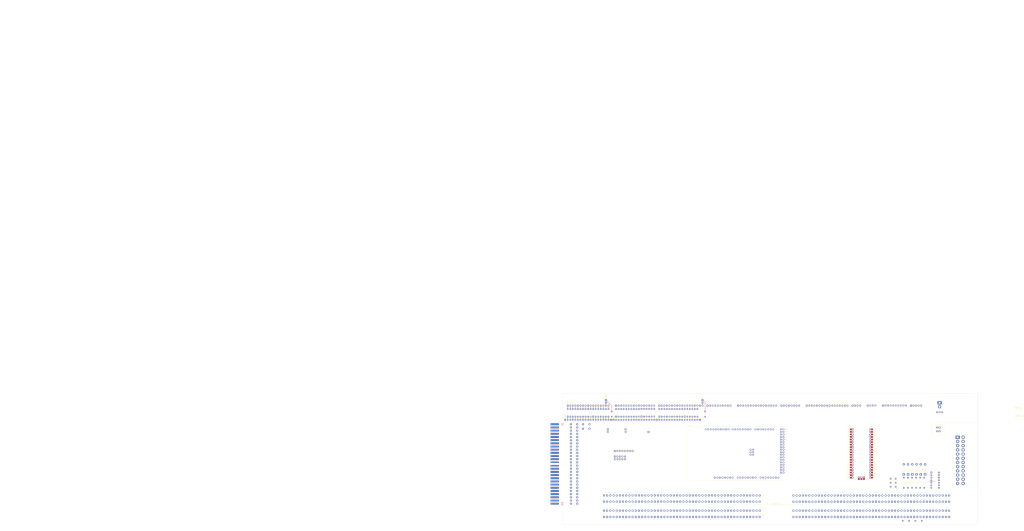
<source format=kicad_pcb>
(kicad_pcb (version 20221018) (generator pcbnew)
  (title_block (title "Nova 1200 front panel") (date "2019-05-19") (rev "Rev 3") (company "Marcel van Herk") (comment 1 "Suitable for Arduino Nano or Teensy 3.2") (comment 2 "Fix: remove track to C19 and connected to VCC instead") (comment 3 "Fix: correctly connect AC3 switch, correct SCK, SSCK") (comment 4 "Fix: switch holes 1.4, serial/light, cloop"))
  (layers (0 "F.Cu" signal) (31 "B.Cu" signal) (37 "F.SilkS" user "F.Silkscreen") (38 "B.Mask" user) (39 "F.Mask" user) (44 "Edge.Cuts" user))
  (net 0 "")
  (net 1 "GND")
  (net 2 "~{PL}")
  (net 3 "~{CON RQ}")
  (net 4 "Net-(C3-Pad1)")
  (net 5 "Net-(C4-Pad1)")
  (net 6 "Net-(C5-Pad1)")
  (net 7 "+5V")
  (net 8 "Net-(D1-A)")
  (net 9 "Net-(D2-K)")
  (net 10 "Net-(D3-A)")
  (net 11 "Net-(D4-K)")
  (net 12 "Net-(D5-A)")
  (net 13 "Net-(D6-K)")
  (net 14 "~{MEM15}")
  (net 15 "~{MEM14}")
  (net 16 "~{MBO13}")
  (net 17 "~{MEM12}")
  (net 18 "~{MBO11}")
  (net 19 "~{MEM9}")
  (net 20 "~{MBO9}")
  (net 21 "~{MBO7}")
  (net 22 "~{MEM6}")
  (net 23 "~{MBO5}")
  (net 24 "~{MBO14}")
  (net 25 "~{MEM2}")
  (net 26 "~{MBO1}")
  (net 27 "~{MBO2}")
  (net 28 "~{MBO4}")
  (net 30 "~{MBO8}")
  (net 31 "RESTART ENABLE")
  (net 32 "~{RST}")
  (net 33 "~{CON INST}")
  (net 34 "~{ISTP}")
  (net 35 "~{ION}")
  (net 36 "~{RUN}")
  (net 37 "~{MBO15}")
  (net 38 "~{MEM13}")
  (net 39 "~{MBO12}")
  (net 40 "~{MEM11}")
  (net 41 "~{MEM10}")
  (net 42 "+12V Lamp")
  (net 43 "~{MEM8}")
  (net 44 "~{MBO6}")
  (net 45 "~{MEM5}")
  (net 46 "~{MEM4}")
  (net 47 "~{MBO3}")
  (net 48 "~{MEM0}")
  (net 49 "~{MEM1}")
  (net 50 "~{MEM7}")
  (net 51 "~{MEM3}")
  (net 52 "~{MBO10}")
  (net 53 "~{STOP}")
  (net 54 "~{CON DATA}")
  (net 55 "~{CONT+ISTP+MSTP}")
  (net 56 "~{MSTP}")
  (net 57 "~{CARRY}")
  (net 58 "~{FETCH}")
  (net 59 "~{EXEC}")
  (net 60 "~{DEFER}")
  (net 61 "~{POWER FAIL}")
  (net 64 "+5V OK")
  (net 65 "MEM OK")
  (net 70 "Entrex P10.19")
  (net 72 "Entrex P10.30")
  (net 73 "~{MSKO}")
  (net 74 "INTA")
  (net 75 "DATIB")
  (net 76 "DATIA")
  (net 77 "~{DS3}")
  (net 78 "~{EXT LOAD}")
  (net 79 "DATOC")
  (net 80 "CLR")
  (net 81 "STRT")
  (net 82 "DATIC")
  (net 83 "DATOB")
  (net 85 "DATOA")
  (net 87 "~{DCHA}")
  (net 89 "~{DS4}")
  (net 91 "~{DS5}")
  (net 93 "~{DS2}")
  (net 95 "~{DS1}")
  (net 97 "IO RST")
  (net 99 "~{DS0}")
  (net 100 "LOAD IR")
  (net 101 "IO PLS")
  (net 104 "~{LOAD AC}")
  (net 107 "~{SELD}")
  (net 109 "~{SELB}")
  (net 112 "~{FORCE LOAD IR}")
  (net 114 "~{MD SEL1}")
  (net 116 "~{WAS JSR}")
  (net 118 "~{DIV}")
  (net 119 "~{TEST}")
  (net 124 "~{WHOA}")
  (net 125 "~{MA LOAD}")
  (net 130 "~{DCHM0}")
  (net 132 "STROBE")
  (net 133 "~{DCHM1}")
  (net 137 "~{INTR}")
  (net 138 "INHIBIT")
  (net 140 "DCHO")
  (net 142 "~{DCHR}")
  (net 144 "DCHI")
  (net 146 "OVFLO")
  (net 148 "~{RQENB}")
  (net 149 "~{INH TRANS}")
  (net 151 "CLK FLOP")
  (net 154 "Entrex Backplane S01B53 to S13B53")
  (net 156 "~{DATA7}")
  (net 157 "~{DATA14}")
  (net 158 "~{DATA5}")
  (net 159 "~{DATA11}")
  (net 160 "~{DATA12}")
  (net 161 "~{DATA8}")
  (net 162 "~{DATA4}")
  (net 163 "~{DATA0}")
  (net 164 "~{DATA9}")
  (net 165 "~{DATA13}")
  (net 166 "~{DATA1}")
  (net 167 "~{DATA15}")
  (net 169 "~{SKIP}")
  (net 171 "~{DATA3}")
  (net 172 "MB LOAD")
  (net 173 "~{DATA10}")
  (net 175 "~{MBO0}")
  (net 178 "~{DATA2}")
  (net 179 "~{READ IO}")
  (net 182 "~{MB CLEAR}")
  (net 183 "~{READ1}")
  (net 184 "~{DRIVE IO}")
  (net 186 "~{READ2}")
  (net 187 "~{SHIFT3}")
  (net 189 "~{SHIFT2}")
  (net 190 "~{SHIFT0}")
  (net 191 "~{DATA6}")
  (net 192 "~{SHIFT1}")
  (net 193 "+3v3")
  (net 194 "GND After Meter")
  (net 195 "PWR_OK")
  (net 198 "Power SW")
  (net 204 "RINH0")
  (net 205 "-5V")
  (net 206 "RINH1")
  (net 207 "INH GND")
  (net 208 "RINH2")
  (net 209 "+VINH")
  (net 210 "RINH3")
  (net 212 "RINH4")
  (net 213 "RINH5")
  (net 214 "RINH7")
  (net 215 "RINH6")
  (net 216 "RINH8")
  (net 217 "RINH11")
  (net 218 "RINH10")
  (net 219 "RINH9")
  (net 220 "RINH13")
  (net 221 "RINH15")
  (net 222 "RINH12")
  (net 223 "RINH14")
  (net 252 "~{DCHP OUT}")
  (net 253 "~{DCHP IN}")
  (net 254 "~{INTP OUT}")
  (net 255 "~{INTP IN}")
  (net 256 "60Hz")
  (net 257 "~{BMA LOAD}")
  (net 270 "+V MEM")
  (net 279 "~{RELOAD DISABLE}")
  (net 280 "ROS")
  (net 281 "~{EXT SELECT}")
  (net 282 "~{INHIBIT SELECT}")
  (net 287 "Net-(XA1-RESET)")
  (net 288 "Net-(U1-Pad13)")
  (net 289 "Net-(U1-Pad11)")
  (net 290 "Net-(U1-Pad6)")
  (net 291 "UART_TX")
  (net 292 "UART_RX")
  (net 359 "Logic1")
  (net 360 "Logic2")
  (net 361 "Logic3")
  (net 362 "Logic4")
  (net 363 "Logic5")
  (net 364 "Logic6")
  (net 365 "Logic7")
  (net 366 "Logic8")
  (net 369 "Net-(RN1-R1)")
  (net 370 "Net-(RN1-R2)")
  (net 371 "Net-(RN1-R3)")
  (net 372 "Net-(RN1-R4)")
  (net 373 "Net-(RN1-R5)")
  (net 374 "Net-(RN1-R6)")
  (net 375 "Net-(RN1-R7)")
  (net 376 "Net-(RN1-R8)")
  (net 377 "Net-(RN1-R9)")
  (net 378 "Net-(RN2-R8)")
  (net 379 "Net-(RN2-R7)")
  (net 380 "Net-(RN2-R6)")
  (net 381 "Net-(RN2-R5)")
  (net 382 "Net-(RN2-R4)")
  (net 383 "Net-(RN2-R3)")
  (net 384 "Net-(RN2-R2)")
  (net 385 "Net-(RN2-R1)")
  (net 386 "Net-(D7-K)")
  (net 387 "Net-(RN3-R1)")
  (net 388 "Net-(RN3-R2)")
  (net 389 "Net-(RN3-R3)")
  (net 390 "Net-(RN3-R4)")
  (net 391 "Net-(RN3-R5)")
  (net 392 "Net-(RN3-R6)")
  (net 393 "Net-(RN3-R7)")
  (net 394 "Net-(RN3-R8)")
  (net 395 "Net-(RN3-R9)")
  (net 396 "Net-(RN4-R7)")
  (net 397 "Net-(RN4-R1)")
  (net 398 "Net-(RN4-R2)")
  (net 399 "Net-(RN4-R3)")
  (net 400 "Net-(RN4-R4)")
  (net 401 "Net-(RN4-R5)")
  (net 402 "Net-(RN4-R6)")
  (net 403 "Net-(RN5-R1)")
  (net 404 "Net-(RN5-R2)")
  (net 405 "Net-(RN5-R3)")
  (net 406 "Net-(RN5-R4)")
  (net 407 "Net-(RN5-R5)")
  (net 408 "Net-(RN5-R6)")
  (net 409 "Net-(RN5-R7)")
  (net 410 "Net-(RN5-R8)")
  (net 411 "Net-(RN5-R9)")
  (net 412 "Net-(RN6-R7)")
  (net 413 "Net-(RN6-R1)")
  (net 414 "Net-(RN6-R2)")
  (net 415 "Net-(RN6-R3)")
  (net 416 "Net-(RN6-R4)")
  (net 417 "Net-(RN6-R5)")
  (net 418 "Net-(RN6-R6)")
  (net 419 "Net-(D8-K)")
  (footprint "Button_Switch_Keyboard:nova frontpanel layout" (layer "F.Cu") (at -309.245 -307.34)
    (fp_text reference "FPIMAGE1" hide)
    (fp_text value "MountingHole" hide)
  )
  (footprint "Resistor_THT:R_Array_SIP10" (layer "F.Cu") (at 30.48 46.99)
    (fp_text reference "RN1" hide)
    (fp_text value "R_Network09_US" hide)
  )
  (footprint "Connector_PinHeader_2.54mm:PinHeader_1x02_P2.54mm_Vertical" (layer "F.Cu") (at 404.485 58.42 -90)
    (fp_text reference "JP4")
    (fp_text value "Vipass Ammeter")
  )
  (footprint "Connector_PinHeader_2.54mm:PinHeader_1x02_P2.54mm_Vertical" (layer "F.Cu") (at 73.025 56.515)
    (fp_text reference "JP2")
    (fp_text value "Entrex ~{M CON DATA}")
  )
  (footprint "Resistor_THT:R_Axial_DIN0207_L6.3mm_D2.5mm_P10.16mm_Horizontal" (layer "F.Cu") (at 376.95 114.935 90)
    (fp_text reference "R3")
    (fp_text value "4.7k")
  )
  (footprint "Capacitor_THT:C_Disc_D6.0mm_W2.5mm_P5.00mm" (layer "F.Cu") (at 355.6 113.905)
    (fp_text reference "C5")
    (fp_text value "C")
  )
  (footprint "Resistor_THT:R_Axial_DIN0207_L6.3mm_D2.5mm_P10.16mm_Horizontal" (layer "F.Cu") (at 368.78 104.775 -90)
    (fp_text reference "R1")
    (fp_text value "1k")
  )
  (footprint "Connector_PinHeader_2.54mm:PinHeader_1x02_P2.54mm_Vertical" (layer "F.Cu") (at 90.805 56.515)
    (fp_text reference "JP3")
    (fp_text value "Entrex ~{M CON INST}")
  )
  (footprint "Forgotten Machines:XK-001_Volt-Amp_Meter - Backside" (layer "F.Cu") (at 419.735 36.195)
    (fp_text reference "MES1" hide)
    (fp_text value "XK-001")
  )
  (footprint "Forgotten Machines:LED Bar 10" (layer "F.Cu") (at 81.28 43.815)
    (fp_text reference "BAR3")
    (fp_text value "LED Bar 10" hide)
  )
  (footprint "Connector_PinHeader_2.54mm:PinHeader_1x10_P2.54mm_Vertical" (layer "F.Cu") (at 347.98 32.639 90)
    (fp_text reference "J11" hide)
    (fp_text value "CPU Option Inputs")
  )
  (footprint "Diode_THT:D_DO-41_SOD81_P10.16mm_Horizontal" (layer "F.Cu") (at 381.48 101.6 90)
    (fp_text reference "D4")
    (fp_text value "1N4004")
  )
  (footprint "Resistor_THT:R_Array_SIP9" (layer "F.Cu") (at 76.2 46.99 180)
    (fp_text reference "RN2" hide)
    (fp_text value "R_Network08_US")
  )
  (footprint "Connector_PinHeader_2.54mm:PinHeader_1x05_P2.54mm_Vertical" (layer "F.Cu") (at 375.92 32.766 90)
    (fp_text reference "J17" hide)
    (fp_text value "CPU Option Outputs")
  )
  (footprint "Resistor_THT:R_Array_SIP10" (layer "F.Cu") (at 78.74 46.99)
    (fp_text reference "RN3")
    (fp_text value "R_Network09_US" hide)
  )
  (footprint "Resistor_THT:R_Axial_DIN0207_L6.3mm_D2.5mm_P10.16mm_Horizontal" (layer "F.Cu") (at 381 114.935 90)
    (fp_text reference "R4")
    (fp_text value "4.7k")
  )
  (footprint "Connector_PinHeader_2.54mm:PinHeader_1x17_P2.54mm_Vertical" (layer "F.Cu") (at 33.02 32.766 90)
    (fp_text reference "J9" hide)
    (fp_text value "Front Panel Controls")
  )
  (footprint "Forgotten Machines:RPi_Pico_SMD_TH" (layer "F.Cu") (at 326.39 80.645)
    (fp_text reference "U2")
    (fp_text value "Pico")
  )
  (footprint "Forgotten Machines:PinHeader_2x05_P2.54mm_Vertical - Backside" (layer "F.Cu") (at 80.01 83.693 90)
    (fp_text reference "J19" hide)
    (fp_text value "Logic 8 CH")
  )
  (footprint "Forgotten Machines:LED Bar 10" (layer "F.Cu") (at 124.46 43.815)
    (fp_text reference "BAR5" hide)
    (fp_text value "LED Bar 10" hide)
  )
  (footprint "Resistor_THT:R_Array_SIP10" (layer "F.Cu") (at 121.92 46.99)
    (fp_text reference "RN5")
    (fp_text value "R_Network09_US" hide)
  )
  (footprint "Resistor_THT:R_Axial_DIN0207_L6.3mm_D2.5mm_P10.16mm_Horizontal" (layer "F.Cu") (at 385.05 114.935 90)
    (fp_text reference "R5")
    (fp_text value "10k")
  )
  (footprint "Forgotten Machines:DG Nova Front Panel Card Edge" (layer "F.Cu") (at 18.23 90.915)
    (fp_text reference "J5" hide)
    (fp_text value "Front Panel Card Edge" hide)
    (fp_line (start -2.42 -41.295) (end -2.42 -0.795) (stroke (width 0.05)) (layer "Edge.Cuts"))
    (fp_line (start -2.42 -0.795) (end 12.58 -0.795) (stroke (width 0.05)) (layer "Edge.Cuts"))
    (fp_line (start -2.42 1.205) (end 12.58 1.205) (stroke (width 0.05)) (layer "Edge.Cuts"))
    (fp_line (start -2.42 41.705) (end -2.42 1.205) (stroke (width 0.05)) (layer "Edge.Cuts"))
    (fp_line (start -1.42 -42.295) (end 8.58 -42.295) (stroke (width 0.05)) (layer "Edge.Cuts"))
    (fp_line (start -1.42 42.705) (end 8.58 42.705) (stroke (width 0.05)) (layer "Edge.Cuts"))
    (fp_line (start 9.58 -43.295) (end 9.58 -55.795) (stroke (width 0.05)) (layer "Edge.Cuts"))
    (fp_line (start 9.58 43.705) (end 9.58 56.205) (stroke (width 0.05)) (layer "Edge.Cuts"))
    (fp_arc (start -2.42 -41.295) (mid -2.127102 -42.002102) (end -1.42 -42.295) (stroke (width 0.05)) (layer "Edge.Cuts"))
    (fp_arc (start -1.42 42.705) (mid -2.127109 42.412109) (end -2.42 41.705) (stroke (width 0.05)) (layer "Edge.Cuts"))
    (fp_arc (start 8.58 42.705) (mid 9.287107 42.997893) (end 9.58 43.705) (stroke (width 0.05)) (layer "Edge.Cuts"))
    (fp_arc (start 9.58 -55.795) (mid 9.872899 -56.502101) (end 10.58 -56.795) (stroke (width 0.05)) (layer "Edge.Cuts"))
    (fp_arc (start 9.58 -43.295) (mid 9.287113 -42.587887) (end 8.58 -42.295) (stroke (width 0.05)) (layer "Edge.Cuts"))
    (fp_arc (start 10.58 57.205) (mid 9.872893 56.912107) (end 9.58 56.205) (stroke (width 0.05)) (layer "Edge.Cuts"))
    (fp_arc (start 12.58 -0.795) (mid 13.58 0.205) (end 12.58 1.205) (stroke (width 0.05)) (layer "Edge.Cuts"))
  )
  (footprint "Diode_THT:D_DO-41_SOD81_P10.16mm_Horizontal" (layer "F.Cu") (at 377.23 101.6 90)
    (fp_text reference "D3")
    (fp_text value "1N4004")
  )
  (footprint "Forgotten Machines:DG NOVA Backplane Connector - Backside" (layer "F.Cu") (at 145.78 125.65)
    (fp_text reference "J15" hide)
    (fp_text value "Slot_02x50_Odd_Even" hide)
  )
  (footprint "Forgotten Machines:Disc Capacitor Common Entrex Trapezoid" (layer "F.Cu") (at 382.905 147.74)
    (fp_text reference "C1" hide)
    (fp_text value "CAP_Disc_Common_-_Entrex_Trapezoid" hide)
  )
  (footprint "Forgotten Machines:LED Bar 7" (layer "F.Cu") (at 58.42 43.815)
    (fp_text reference "BAR2")
    (fp_text value "LED Bar 10" hide)
  )
  (footprint "Diode_THT:D_DO-41_SOD81_P10.16mm_Horizontal" (layer "F.Cu") (at 385.73 101.6 90)
    (fp_text reference "D5")
    (fp_text value "1N4004")
  )
  (footprint "Resistor_THT:R_Array_SIP8" (layer "F.Cu") (at 165.1 46.99 180)
    (fp_text reference "RN6" hide)
    (fp_text value "R_Network07_US")
  )
  (footprint "Connector_PinHeader_2.54mm:PinHeader_1x10_P2.54mm_Vertical" (layer "F.Cu") (at 172.72 32.766 90)
    (fp_text reference "J18" hide)
    (fp_text value "MEM Control Outputs")
  )
  (footprint "LED_THT:LED_D1.8mm_W3.3mm_H2.4mm" (layer "F.Cu") (at 167.64 27.305 -90)
    (fp_text reference "D8")
    (fp_text value "LED")
  )
  (footprint "Forgotten Machines:Connector_2x12_P4.2mmx5.5mm (ATX Plug)" (layer "F.Cu") (at 422.51 64.61 90)
    (fp_text reference "J4")
    (fp_text value "ATX-24" hide)
  )
  (footprint "Forgotten Machines:Disc Capacitor Common Entrex Trapezoid" (layer "F.Cu") (at 370.205 147.74)
    (fp_text reference "C2" hide)
    (fp_text value "CAP_Disc_Common_-_Entrex_Trapezoid" hide)
  )
  (footprint "Diode_THT:D_DO-41_SOD81_P10.16mm_Horizontal" (layer "F.Cu") (at 372.98 101.6 90)
    (fp_text reference "D2")
    (fp_text value "1N4004")
  )
  (footprint "Connector_PinHeader_2.54mm:PinHeader_1x16_P2.54mm_Vertical" (layer "F.Cu") (at 81.28 32.766 90)
    (fp_text reference "J6" hide)
    (fp_text value "MBO")
  )
  (footprint "Forgotten Machines:DG NOVA Backplane Connector - Frontside" (layer "F.Cu") (at 336.82 140.98)
    (fp_text reference "J2" hide)
    (fp_text value "~" hide)
  )
  (footprint "Forgotten Machines:LED Bar 6" (layer "F.Cu") (at 149.86 43.815)
    (fp_text reference "BAR6" hide)
    (fp_text value "LED Bar 10" hide)
  )
  (footprint "Connector_PinHeader_2.54mm:PinHeader_1x18_P2.54mm_Vertical" (layer "F.Cu") (at 124.46 32.766 90)
    (fp_text reference "J7" hide)
    (fp_text value "MEM")
  )
  (footprint "Forgotten Machines:DG NOVA Front Pannel Connector - Backside" (layer "F.Cu") (at 39.195 90.435)
    (fp_text reference "J1")
    (fp_text value "Front Panel Socket - Backside")
  )
  (footprint "Resistor_THT:R_Axial_DIN0204_L3.6mm_D1.6mm_P5.08mm_Horizontal" (layer "F.Cu") (at 170.18 43.815 90)
    (fp_text reference "R8" hide)
    (fp_text value "R_US" hide)
  )
  (footprint "Resistor_THT:R_Axial_DIN0207_L6.3mm_D2.5mm_P10.16mm_Horizontal" (layer "F.Cu") (at 372.9 114.935 90)
    (fp_text reference "R2")
    (fp_text value "10k")
  )
  (footprint "Resistor_THT:R_Array_SIP8" (layer "F.Cu") (at 121.92 46.99 180)
    (fp_text reference "RN4" hide)
    (fp_text value "R_Network07_US")
  )
  (footprint "Connector_PinHeader_2.54mm:PinHeader_1x16_P2.54mm_Vertical" (layer "F.Cu") (at 203.2 32.766 90)
    (fp_text reference "J8" hide)
    (fp_text value "Data Channel")
  )
  (footprint "Connector_PinHeader_2.54mm:PinHeader_1x17_P2.54mm_Vertical" (layer "F.Cu") (at 271.78 32.766 90)
    (fp_text reference "J10" hide)
    (fp_text value "Front Panel Controls")
  )
  (footprint "Button_Switch_THT:SW_PUSH_6mm" (layer "F.Cu") (at 48.26 51.435)
    (fp_text reference "SW1" hide)
    (fp_text value "SW_Push")
  )
  (footprint "Forgotten Machines:DG NOVA Backplane Connector - Backside" (layer "F.Cu") (at 335.01 125.73)
    (fp_text reference "J16" hide)
    (fp_text value "Slot_02x50_Odd_Even" hide)
  )
  (footprint "Connector_PinHeader_2.54mm:PinHeader_1x08_P2.54mm_Vertical" (layer "F.Cu") (at 246.38 32.766 90)
    (fp_text reference "J12" hide)
    (fp_text value "Data Channel")
  )
  (footprint "Resistor_THT:R_Axial_DIN0204_L3.6mm_D1.6mm_P5.08mm_Horizontal" (layer "F.Cu") (at 76.835 43.815 90)
    (fp_text reference "R7" hide)
    (fp_text value "R_US" hide)
  )
  (footprint "Resistor_THT:R_Axial_DIN0207_L6.3mm_D2.5mm_P10.16mm_Horizontal" (layer "F.Cu") (at 389.1 114.935 90)
    (fp_text reference "R6")
    (fp_text value "1k")
  )
  (footprint "Forgotten Machines:DG NOVA Backplane Connector - Frontside" (layer "F.Cu") (at 147.59 140.97)
    (fp_text reference "J3" hide)
    (fp_text value "~" hide)
  )
  (footprint "LED_THT:LED_D1.8mm_W3.3mm_H2.4mm" (layer "F.Cu") (at 71.12 27.305 -90)
    (fp_text reference "D7" hide)
    (fp_text value "LED" hide)
  )
  (footprint "Connector_PinHeader_2.54mm:PinHeader_1x08_P2.54mm_Vertical" (layer "F.Cu") (at 80.01 78.105 90)
    (fp_text reference "J20" hide)
    (fp_text value "Logic 8 CH")
  )
  (footprint "Connector_PinHeader_2.54mm:PinHeader_1x01_P2.54mm_Vertical" (layer "F.Cu") (at 113.665 59.055)
    (fp_text reference "TP1")
    (fp_text value "Entrex Backplane S01B53 to S13B53")
  )
  (footprint "Forgotten Machines:LED Bar 10" (layer "F.Cu") (at 33.02 43.815)
    (fp_text reference "BAR1")
    (fp_text value "LED Bar 10" hide)
  )
  (footprint "Connector_PinHeader_2.54mm:PinHeader_1x04_P2.54mm_Vertical" (layer "F.Cu") (at 317.5 32.766 90)
    (fp_text reference "J13" hide)
    (fp_text value "Program Interrupt")
  )
  (footprint "Forgotten Machines:Arduino_Mega2560_Shield" (layer "F.Cu") (at 152.019 107.315)
    (fp_text reference "XA1")
    (fp_text value "Arduino_Mega2560_Shield")
  )
  (footprint "Forgotten Machines:LED Bar 6" (layer "F.Cu") (at 106.68 43.7075)
    (fp_text reference "BAR4")
    (fp_text value "LED Bar 10" hide)
  )
  (footprint "Package_DIP:DIP-14_W7.62mm" (layer "F.Cu") (at 396.24 99.695)
    (fp_text reference "U1")
    (fp_text value "74HC14")
  )
  (footprint "Diode_THT:D_DO-41_SOD81_P10.16mm_Horizontal" (layer "F.Cu") (at 368.73 101.6 90)
    (fp_text reference "D1")
    (fp_text value "1N4004")
  )
  (footprint "Connector_PinHeader_2.54mm:PinHeader_1x04_P2.54mm_Vertical" (layer "F.Cu") (at 332.74 32.639 90)
    (fp_text reference "J14" hide)
    (fp_text value "System Control")
  )
  (footprint "Capacitor_THT:C_Disc_D6.0mm_W2.5mm_P5.00mm" (layer "F.Cu") (at 355.6 105.805)
    (fp_text reference "C3")
    (fp_text value "C")
  )
  (footprint "Diode_THT:D_DO-41_SOD81_P10.16mm_Horizontal" (layer "F.Cu") (at 389.98 101.6 90)
    (fp_text reference "D6")
    (fp_text value "1N4004")
  )
  (footprint "Capacitor_THT:C_Disc_D6.0mm_W2.5mm_P5.00mm" (layer "F.Cu") (at 355.6 109.855)
    (fp_text reference "C4")
    (fp_text value "C")
  )
  (footprint "Connector_PinHeader_2.54mm:PinHeader_1x02_P2.54mm_Vertical" (layer "F.Cu") (at 404.485 54.61 -90)
    (fp_text reference "JP1")
    (fp_text value "Vipass Ammeter" hide)
  )
  (gr_rect (start 396.865 52.07) (end 409.565 62.23) (stroke (width 0.15)) (fill none) (layer "F.SilkS"))
  (gr_line (start 442.595 20.32) (end 442.595 151.765) (stroke (width 0.15)) (layer "Edge.Cuts"))
  (gr_line (start 27.81 35.29) (end 27.81 20.32) (stroke (width 0.15)) (layer "Edge.Cuts"))
  (gr_arc (start 28.449013 151.765987) (mid 28 151.58) (end 27.814013 151.130987) (stroke (width 0.15)) (layer "Edge.Cuts"))
  (gr_line (start 27.813 147.0406) (end 27.814013 151.130987) (stroke (width 0.15)) (layer "Edge.Cuts"))
  (gr_line (start 28.449013 151.765987) (end 433.096413 151.765987) (stroke (width 0.15)) (layer "Edge.Cuts"))
  (gr_line (start 442.595 20.32) (end 27.81 20.32) (stroke (width 0.15)) (layer "Edge.Cuts"))
  (gr_line (start 442.595 151.765) (end 432.562 151.765) (stroke (width 0.15)) (layer "Edge.Cuts"))
  (gr_text "Resistor Blocks\nShare Pin 1 Hole" (at 120.65 49.53) (layer "F.SilkS") (effects (font (size 0.25 0.25) (thickness 0.0625)) (justify left bottom)))
  (gr_text "~{ION}" (at 34.29 31.115 270) (layer "F.SilkS") (effects (font (size 1 1)) (justify right bottom)))
  (gr_text "~{FETCH}" (at 36.83 31.115 270) (layer "F.SilkS") (effects (font (size 1 1)) (justify right bottom)))
  (gr_text "RESTART\nENABLE" (at 69.85 26.035 270) (layer "F.SilkS") (effects (font (size 0.8 0.8)) (justify right bottom)))
  (gr_text "~{RUN}" (at 31.75 31.115 270) (layer "F.SilkS") (effects (font (size 1 1)) (justify right bottom)))
  (gr_text "MEM OK\n" (at 167.005 26.035 270) (layer "F.SilkS") (effects (font (size 0.8 0.8)) (justify right bottom)))
  (dimension (type aligned) (layer "F.SilkS") (pts (xy 224.79 138.938) (xy 258.445 138.938)) (height -6.858) (gr_text "33.6550 mm" (at 241.6175 130.93) (layer "F.SilkS") (effects (font (size 1 1) (thickness 0.15)))) (format (prefix "") (suffix "") (units 3) (units_format 1) (precision 4)) (style (thickness 0.12) (arrow_length 1.27) (text_position_mode 0) (extension_height 0.58642) (extension_offset 0.5) keep_text_aligned))
  (dimension (type aligned) (layer "F.SilkS") (pts (xy 480.568 47.498) (xy 488.188 47.498)) (height -3.81) (gr_text "7.6200 mm" (at 484.378 42.538) (layer "F.SilkS") (effects (font (size 1 1) (thickness 0.15)))) (format (prefix "") (suffix "") (units 3) (units_format 1) (precision 4)) (style (thickness 0.15) (arrow_length 1.27) (text_position_mode 0) (extension_height 0.58642) (extension_offset 0.5) keep_text_aligned))
  (dimension (type aligned) (layer "F.SilkS") (pts (xy 480.568 39.624) (xy 485.648 39.624)) (height -3.81) (gr_text "5.0800 mm" (at 483.108 34.664) (layer "F.SilkS") (effects (font (size 1 1) (thickness 0.15)))) (format (prefix "") (suffix "") (units 3) (units_format 1) (precision 4)) (style (thickness 0.15) (arrow_length 1.27) (text_position_mode 0) (extension_height 0.58642) (extension_offset 0.5) keep_text_aligned))
  (segment (start 393.7 108.585) (end 400.05 108.585) (width 0.25) (layer "F.Cu") (net 0))
  (segment (start 68.58 32.385) (end 68.58 36.195) (width 0.25) (layer "F.Cu") (net 2))
  (segment (start 53.34 36.195) (end 53.34 32.766) (width 0.25) (layer "F.Cu") (net 3))
  (segment (start 71.12 29.845) (end 71.12 32.766) (width 0.25) (layer "F.Cu") (net 31))
  (segment (start 73.66 32.385) (end 73.66 36.195) (width 0.25) (layer "F.Cu") (net 32))
  (segment (start 55.88 32.385) (end 55.88 36.195) (width 0.25) (layer "F.Cu") (net 33))
  (segment (start 66.04 32.385) (end 66.04 36.195) (width 0.25) (layer "F.Cu") (net 34))
  (segment (start 35.56 32.385) (end 35.56 36.195) (width 0.25) (layer "F.Cu") (net 35))
  (segment (start 33.02 32.385) (end 33.02 36.195) (width 0.25) (layer "F.Cu") (net 36))
  (segment (start 50.8 32.385) (end 50.8 36.195) (width 0.25) (layer "F.Cu") (net 53))
  (segment (start 58.42 32.385) (end 58.42 36.195) (width 0.25) (layer "F.Cu") (net 54))
  (segment (start 60.96 32.385) (end 60.96 36.195) (width 0.25) (layer "F.Cu") (net 55))
  (segment (start 63.5 32.385) (end 63.5 36.195) (width 0.25) (layer "F.Cu") (net 56))
  (segment (start 45.72 32.385) (end 45.72 36.195) (width 0.25) (layer "F.Cu") (net 57))
  (segment (start 38.1 32.385) (end 38.1 36.195) (width 0.25) (layer "F.Cu") (net 58))
  (segment (start 43.18 32.385) (end 43.18 36.195) (width 0.25) (layer "F.Cu") (net 59))
  (segment (start 40.64 32.385) (end 40.64 36.195) (width 0.25) (layer "F.Cu") (net 60))
  (segment (start 167.64 29.845) (end 167.64 32.766) (width 0.25) (layer "F.Cu") (net 65))
  (segment (start 48.26 32.385) (end 48.26 36.195) (width 0.25) (layer "F.Cu") (net 169))
  (segment (start 33.02 43.815) (end 33.02 46.863) (width 0.25) (layer "F.Cu") (net 369))
  (segment (start 35.56 43.815) (end 35.56 46.863) (width 0.25) (layer "F.Cu") (net 370))
  (segment (start 38.1 43.815) (end 38.1 46.863) (width 0.25) (layer "F.Cu") (net 371))
  (segment (start 40.64 43.815) (end 40.64 46.863) (width 0.25) (layer "F.Cu") (net 372))
  (segment (start 43.18 43.815) (end 43.18 46.863) (width 0.25) (layer "F.Cu") (net 373))
  (segment (start 45.72 43.815) (end 45.72 46.863) (width 0.25) (layer "F.Cu") (net 374))
  (segment (start 48.26 43.815) (end 48.26 46.863) (width 0.25) (layer "F.Cu") (net 375))
  (segment (start 50.8 43.815) (end 50.8 46.863) (width 0.25) (layer "F.Cu") (net 376))
  (segment (start 53.34 43.815) (end 53.34 46.863) (width 0.25) (layer "F.Cu") (net 377))
  (segment (start 55.88 43.815) (end 55.88 46.863) (width 0.25) (layer "F.Cu") (net 378))
  (segment (start 58.42 43.815) (end 58.42 46.863) (width 0.25) (layer "F.Cu") (net 379))
  (segment (start 60.96 43.815) (end 60.96 46.863) (width 0.25) (layer "F.Cu") (net 380))
  (segment (start 63.5 43.815) (end 63.5 46.863) (width 0.25) (layer "F.Cu") (net 381))
  (segment (start 66.04 43.815) (end 66.04 46.863) (width 0.25) (layer "F.Cu") (net 382))
  (segment (start 68.58 43.815) (end 68.58 46.863) (width 0.25) (layer "F.Cu") (net 383))
  (segment (start 71.12 43.815) (end 71.12 46.863) (width 0.25) (layer "F.Cu") (net 384))
  (segment (start 73.66 43.815) (end 73.66 46.863) (width 0.25) (layer "F.Cu") (net 385))
  (segment (start 71.12 27.305) (end 76.835 33.02) (width 0.25) (layer "F.Cu") (net 386))
  (segment (start 76.835 33.02) (end 76.835 38.735) (width 0.25) (layer "F.Cu") (net 386))
  (segment (start 167.64 27.305) (end 170.18 29.845) (width 0.25) (layer "F.Cu") (net 419))
  (segment (start 170.18 38.735) (end 170.18 29.845) (width 0.25) (layer "F.Cu") (net 419))
)
</source>
